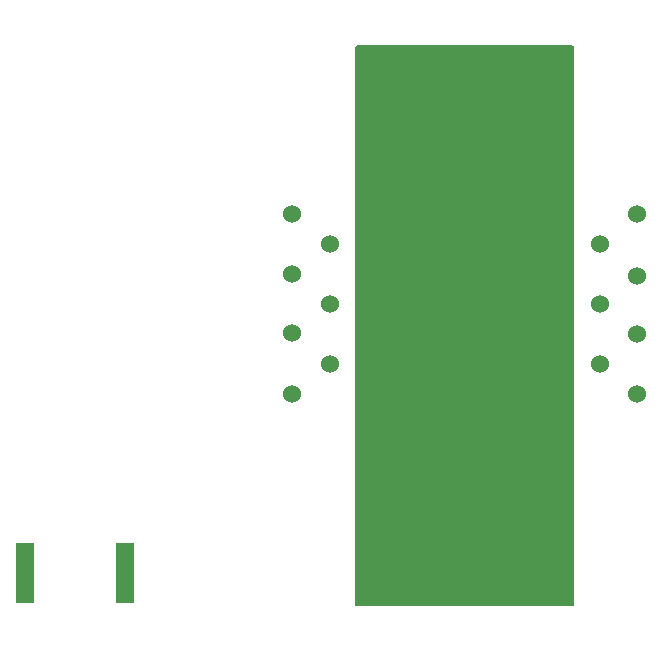
<source format=gts>
%TF.GenerationSoftware,KiCad,Pcbnew,(6.0.9)*%
%TF.CreationDate,2022-12-04T20:54:03+08:00*%
%TF.ProjectId,kirdyShield,6b697264-7953-4686-9965-6c642e6b6963,rev?*%
%TF.SameCoordinates,Original*%
%TF.FileFunction,Soldermask,Top*%
%TF.FilePolarity,Negative*%
%FSLAX46Y46*%
G04 Gerber Fmt 4.6, Leading zero omitted, Abs format (unit mm)*
G04 Created by KiCad (PCBNEW (6.0.9)) date 2022-12-04 20:54:03*
%MOMM*%
%LPD*%
G01*
G04 APERTURE LIST*
%ADD10C,1.524000*%
%ADD11R,1.500000X5.080000*%
G04 APERTURE END LIST*
D10*
%TO.C,J2*%
X88265000Y-114300000D03*
X91440000Y-116840000D03*
X88265000Y-119380000D03*
X91440000Y-121920000D03*
X88265000Y-124333000D03*
X91440000Y-127000000D03*
X88265000Y-129540000D03*
%TD*%
%TO.C,J4*%
X117475000Y-129540000D03*
X114300000Y-127000000D03*
X117475000Y-124460000D03*
X114300000Y-121920000D03*
X117475000Y-119507000D03*
X114300000Y-116840000D03*
X117475000Y-114300000D03*
%TD*%
D11*
%TO.C,J5*%
X65600000Y-144637500D03*
X74100000Y-144637500D03*
%TD*%
G36*
X112042121Y-100020002D02*
G01*
X112088614Y-100073658D01*
X112100000Y-100126000D01*
X112100000Y-147374000D01*
X112079998Y-147442121D01*
X112026342Y-147488614D01*
X111974000Y-147500000D01*
X93726000Y-147500000D01*
X93657879Y-147479998D01*
X93611386Y-147426342D01*
X93600000Y-147374000D01*
X93600000Y-100126000D01*
X93620002Y-100057879D01*
X93673658Y-100011386D01*
X93726000Y-100000000D01*
X111974000Y-100000000D01*
X112042121Y-100020002D01*
G37*
M02*

</source>
